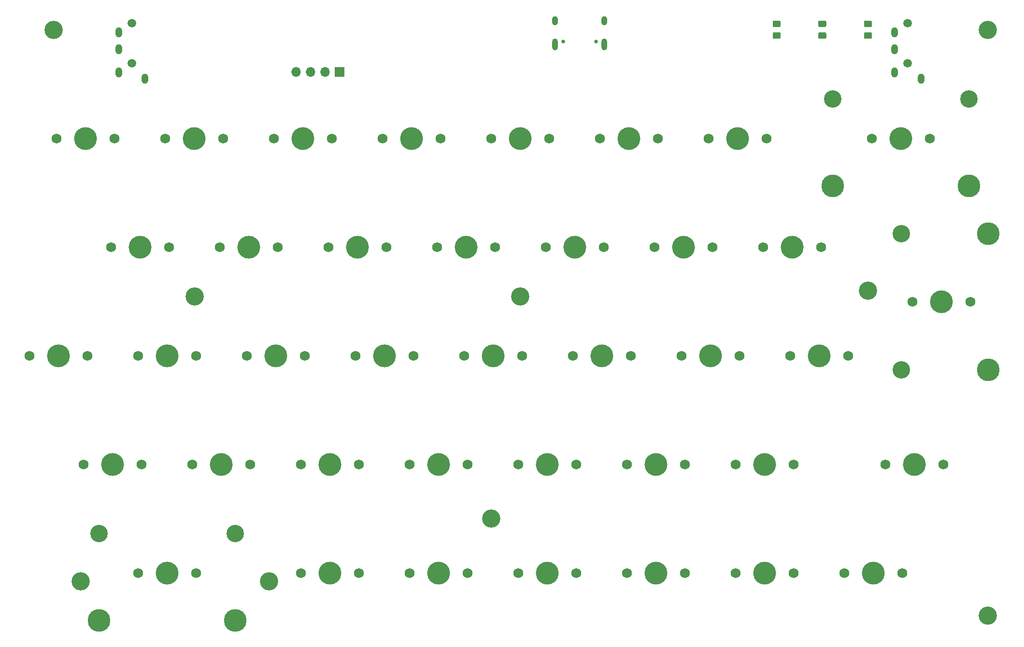
<source format=gbr>
%TF.GenerationSoftware,KiCad,Pcbnew,5.1.10*%
%TF.CreationDate,2021-08-04T22:26:14+02:00*%
%TF.ProjectId,keyboard,6b657962-6f61-4726-942e-6b696361645f,rev?*%
%TF.SameCoordinates,Original*%
%TF.FileFunction,Soldermask,Top*%
%TF.FilePolarity,Negative*%
%FSLAX46Y46*%
G04 Gerber Fmt 4.6, Leading zero omitted, Abs format (unit mm)*
G04 Created by KiCad (PCBNEW 5.1.10) date 2021-08-04 22:26:14*
%MOMM*%
%LPD*%
G01*
G04 APERTURE LIST*
%ADD10C,3.200000*%
%ADD11C,1.750000*%
%ADD12C,4.000000*%
%ADD13C,3.048000*%
%ADD14C,3.987800*%
%ADD15O,1.000000X1.600000*%
%ADD16C,0.650000*%
%ADD17O,1.000000X2.100000*%
%ADD18R,1.700000X1.700000*%
%ADD19O,1.700000X1.700000*%
%ADD20O,1.200000X1.800000*%
%ADD21C,1.500000*%
G04 APERTURE END LIST*
D10*
%TO.C,REF\u002A\u002A*%
X180250000Y-102068000D03*
%TD*%
%TO.C,REF\u002A\u002A*%
X62250000Y-103068000D03*
%TD*%
%TO.C,REF\u002A\u002A*%
X114250000Y-142068000D03*
%TD*%
%TO.C,REF\u002A\u002A*%
X119250000Y-103068000D03*
%TD*%
%TO.C,REF\u002A\u002A*%
X75250000Y-153068000D03*
%TD*%
%TO.C,REF\u002A\u002A*%
X42250000Y-153068000D03*
%TD*%
%TO.C,REF\u002A\u002A*%
X37490000Y-56324000D03*
%TD*%
%TO.C,REF\u002A\u002A*%
X201232000Y-56324000D03*
%TD*%
%TO.C,REF\u002A\u002A*%
X201232000Y-159068000D03*
%TD*%
D11*
%TO.C,SW9*%
X57702500Y-94469000D03*
X47542500Y-94469000D03*
D12*
X52622500Y-94469000D03*
%TD*%
D11*
%TO.C,SW8*%
X191052500Y-75419000D03*
X180892500Y-75419000D03*
D12*
X185972500Y-75419000D03*
%TD*%
D11*
%TO.C,SW7*%
X162477500Y-75419000D03*
X152317500Y-75419000D03*
D12*
X157397500Y-75419000D03*
%TD*%
D11*
%TO.C,SW6*%
X143427500Y-75419000D03*
X133267500Y-75419000D03*
D12*
X138347500Y-75419000D03*
%TD*%
D11*
%TO.C,SW5*%
X124377500Y-75419000D03*
X114217500Y-75419000D03*
D12*
X119297500Y-75419000D03*
%TD*%
D11*
%TO.C,SW4*%
X105327500Y-75419000D03*
X95167500Y-75419000D03*
D12*
X100247500Y-75419000D03*
%TD*%
D11*
%TO.C,SW39*%
X186290000Y-151619000D03*
X176130000Y-151619000D03*
D12*
X181210000Y-151619000D03*
%TD*%
D11*
%TO.C,SW38*%
X167240000Y-151619000D03*
X157080000Y-151619000D03*
D12*
X162160000Y-151619000D03*
%TD*%
D11*
%TO.C,SW37*%
X148190000Y-151619000D03*
X138030000Y-151619000D03*
D12*
X143110000Y-151619000D03*
%TD*%
D11*
%TO.C,SW36*%
X129140000Y-151619000D03*
X118980000Y-151619000D03*
D12*
X124060000Y-151619000D03*
%TD*%
D11*
%TO.C,SW35*%
X110090000Y-151619000D03*
X99930000Y-151619000D03*
D12*
X105010000Y-151619000D03*
%TD*%
D11*
%TO.C,SW34*%
X91040000Y-151619000D03*
X80880000Y-151619000D03*
D12*
X85960000Y-151619000D03*
%TD*%
D11*
%TO.C,SW33*%
X62465000Y-151619000D03*
X52305000Y-151619000D03*
D12*
X57385000Y-151619000D03*
%TD*%
D11*
%TO.C,SW32*%
X193433750Y-132569000D03*
X183273750Y-132569000D03*
D12*
X188353750Y-132569000D03*
%TD*%
D11*
%TO.C,SW31*%
X167240000Y-132569000D03*
X157080000Y-132569000D03*
D12*
X162160000Y-132569000D03*
%TD*%
D11*
%TO.C,SW30*%
X148190000Y-132569000D03*
X138030000Y-132569000D03*
D12*
X143110000Y-132569000D03*
%TD*%
D11*
%TO.C,SW3*%
X86277500Y-75419000D03*
X76117500Y-75419000D03*
D12*
X81197500Y-75419000D03*
%TD*%
D11*
%TO.C,SW29*%
X129140000Y-132569000D03*
X118980000Y-132569000D03*
D12*
X124060000Y-132569000D03*
%TD*%
D11*
%TO.C,SW28*%
X110090000Y-132569000D03*
X99930000Y-132569000D03*
D12*
X105010000Y-132569000D03*
%TD*%
D11*
%TO.C,SW27*%
X91040000Y-132569000D03*
X80880000Y-132569000D03*
D12*
X85960000Y-132569000D03*
%TD*%
D11*
%TO.C,SW26*%
X71990000Y-132569000D03*
X61830000Y-132569000D03*
D12*
X66910000Y-132569000D03*
%TD*%
D11*
%TO.C,SW25*%
X52940000Y-132569000D03*
X42780000Y-132569000D03*
D12*
X47860000Y-132569000D03*
%TD*%
D11*
%TO.C,SW24*%
X176765000Y-113519000D03*
X166605000Y-113519000D03*
D12*
X171685000Y-113519000D03*
%TD*%
D11*
%TO.C,SW23*%
X157715000Y-113519000D03*
X147555000Y-113519000D03*
D12*
X152635000Y-113519000D03*
%TD*%
D11*
%TO.C,SW22*%
X138665000Y-113519000D03*
X128505000Y-113519000D03*
D12*
X133585000Y-113519000D03*
%TD*%
D11*
%TO.C,SW21*%
X119615000Y-113519000D03*
X109455000Y-113519000D03*
D12*
X114535000Y-113519000D03*
%TD*%
D11*
%TO.C,SW20*%
X100565000Y-113519000D03*
X90405000Y-113519000D03*
D12*
X95485000Y-113519000D03*
%TD*%
D11*
%TO.C,SW2*%
X67227500Y-75419000D03*
X57067500Y-75419000D03*
D12*
X62147500Y-75419000D03*
%TD*%
D11*
%TO.C,SW19*%
X81515000Y-113519000D03*
X71355000Y-113519000D03*
D12*
X76435000Y-113519000D03*
%TD*%
D11*
%TO.C,SW18*%
X62465000Y-113519000D03*
X52305000Y-113519000D03*
D12*
X57385000Y-113519000D03*
%TD*%
D11*
%TO.C,SW17*%
X43415000Y-113519000D03*
X33255000Y-113519000D03*
D12*
X38335000Y-113519000D03*
%TD*%
D11*
%TO.C,SW16*%
X198196250Y-103994000D03*
X188036250Y-103994000D03*
D12*
X193116250Y-103994000D03*
%TD*%
D11*
%TO.C,SW15*%
X172002500Y-94469000D03*
X161842500Y-94469000D03*
D12*
X166922500Y-94469000D03*
%TD*%
D11*
%TO.C,SW14*%
X152952500Y-94469000D03*
X142792500Y-94469000D03*
D12*
X147872500Y-94469000D03*
%TD*%
D11*
%TO.C,SW13*%
X133902500Y-94469000D03*
X123742500Y-94469000D03*
D12*
X128822500Y-94469000D03*
%TD*%
D11*
%TO.C,SW12*%
X114852500Y-94469000D03*
X104692500Y-94469000D03*
D12*
X109772500Y-94469000D03*
%TD*%
D11*
%TO.C,SW11*%
X95802500Y-94469000D03*
X85642500Y-94469000D03*
D12*
X90722500Y-94469000D03*
%TD*%
D11*
%TO.C,SW10*%
X76752500Y-94469000D03*
X66592500Y-94469000D03*
D12*
X71672500Y-94469000D03*
%TD*%
D11*
%TO.C,SW1*%
X48177500Y-75419000D03*
X38017500Y-75419000D03*
D12*
X43097500Y-75419000D03*
%TD*%
D13*
%TO.C,ST8*%
X197910500Y-68434000D03*
X174034500Y-68434000D03*
D14*
X197910500Y-83674000D03*
X174034500Y-83674000D03*
%TD*%
D13*
%TO.C,ST33*%
X69323000Y-144634000D03*
X45447000Y-144634000D03*
D14*
X69323000Y-159874000D03*
X45447000Y-159874000D03*
%TD*%
D13*
%TO.C,ST16*%
X186131250Y-92056000D03*
X186131250Y-115932000D03*
D14*
X201371250Y-92056000D03*
X201371250Y-115932000D03*
%TD*%
D15*
%TO.C,J1*%
X134001001Y-54730999D03*
D16*
X132571001Y-58380999D03*
D15*
X125361001Y-54730999D03*
D16*
X126791001Y-58380999D03*
D17*
X125361001Y-58910999D03*
X134001001Y-58910999D03*
%TD*%
D18*
%TO.C,J2*%
X87630000Y-63754000D03*
D19*
X85090000Y-63754000D03*
X82550000Y-63754000D03*
X80010000Y-63754000D03*
%TD*%
D20*
%TO.C,J3*%
X48932000Y-56794000D03*
X48932000Y-59794000D03*
X48932000Y-63794000D03*
X53532000Y-64894000D03*
D21*
X51232000Y-55194000D03*
X51232000Y-62194000D03*
%TD*%
%TO.C,J4*%
X187232000Y-62194000D03*
X187232000Y-55194000D03*
D20*
X189532000Y-64894000D03*
X184932000Y-63794000D03*
X184932000Y-59794000D03*
X184932000Y-56794000D03*
%TD*%
%TO.C,LD1*%
G36*
G01*
X180682001Y-55874000D02*
X179781999Y-55874000D01*
G75*
G02*
X179532000Y-55624001I0J249999D01*
G01*
X179532000Y-54973999D01*
G75*
G02*
X179781999Y-54724000I249999J0D01*
G01*
X180682001Y-54724000D01*
G75*
G02*
X180932000Y-54973999I0J-249999D01*
G01*
X180932000Y-55624001D01*
G75*
G02*
X180682001Y-55874000I-249999J0D01*
G01*
G37*
G36*
G01*
X180682001Y-57924000D02*
X179781999Y-57924000D01*
G75*
G02*
X179532000Y-57674001I0J249999D01*
G01*
X179532000Y-57023999D01*
G75*
G02*
X179781999Y-56774000I249999J0D01*
G01*
X180682001Y-56774000D01*
G75*
G02*
X180932000Y-57023999I0J-249999D01*
G01*
X180932000Y-57674001D01*
G75*
G02*
X180682001Y-57924000I-249999J0D01*
G01*
G37*
%TD*%
%TO.C,LD2*%
G36*
G01*
X172682001Y-57924000D02*
X171781999Y-57924000D01*
G75*
G02*
X171532000Y-57674001I0J249999D01*
G01*
X171532000Y-57023999D01*
G75*
G02*
X171781999Y-56774000I249999J0D01*
G01*
X172682001Y-56774000D01*
G75*
G02*
X172932000Y-57023999I0J-249999D01*
G01*
X172932000Y-57674001D01*
G75*
G02*
X172682001Y-57924000I-249999J0D01*
G01*
G37*
G36*
G01*
X172682001Y-55874000D02*
X171781999Y-55874000D01*
G75*
G02*
X171532000Y-55624001I0J249999D01*
G01*
X171532000Y-54973999D01*
G75*
G02*
X171781999Y-54724000I249999J0D01*
G01*
X172682001Y-54724000D01*
G75*
G02*
X172932000Y-54973999I0J-249999D01*
G01*
X172932000Y-55624001D01*
G75*
G02*
X172682001Y-55874000I-249999J0D01*
G01*
G37*
%TD*%
%TO.C,LD3*%
G36*
G01*
X164682001Y-57924000D02*
X163781999Y-57924000D01*
G75*
G02*
X163532000Y-57674001I0J249999D01*
G01*
X163532000Y-57023999D01*
G75*
G02*
X163781999Y-56774000I249999J0D01*
G01*
X164682001Y-56774000D01*
G75*
G02*
X164932000Y-57023999I0J-249999D01*
G01*
X164932000Y-57674001D01*
G75*
G02*
X164682001Y-57924000I-249999J0D01*
G01*
G37*
G36*
G01*
X164682001Y-55874000D02*
X163781999Y-55874000D01*
G75*
G02*
X163532000Y-55624001I0J249999D01*
G01*
X163532000Y-54973999D01*
G75*
G02*
X163781999Y-54724000I249999J0D01*
G01*
X164682001Y-54724000D01*
G75*
G02*
X164932000Y-54973999I0J-249999D01*
G01*
X164932000Y-55624001D01*
G75*
G02*
X164682001Y-55874000I-249999J0D01*
G01*
G37*
%TD*%
M02*

</source>
